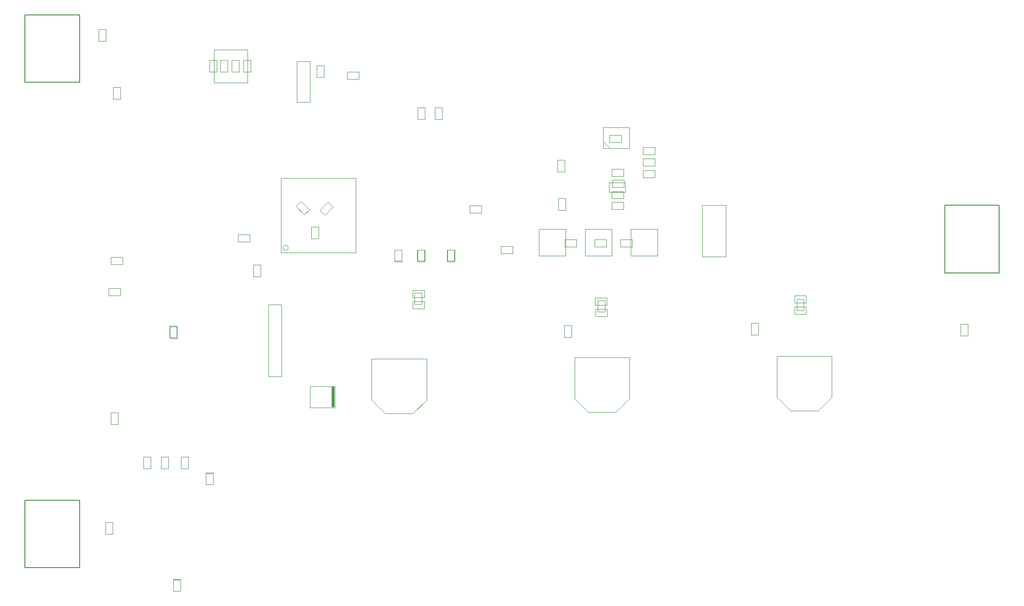
<source format=gbr>
%TF.GenerationSoftware,Altium Limited,Altium Designer,20.1.14 (287)*%
G04 Layer_Color=16711935*
%FSLAX25Y25*%
%MOIN*%
%TF.SameCoordinates,420D9B4C-C7A0-47ED-81AF-82C992674030*%
%TF.FilePolarity,Positive*%
%TF.FileFunction,Other,Mechanical_13*%
%TF.Part,Single*%
G01*
G75*
%TA.AperFunction,NonConductor*%
%ADD61C,0.00787*%
%ADD95C,0.00394*%
%ADD109R,0.02436X0.15551*%
D61*
X680400Y265098D02*
Y314902D01*
X720610D01*
Y265098D02*
Y314902D01*
X680400Y265098D02*
X720610D01*
X43100Y405598D02*
Y455402D01*
X2890Y405598D02*
X43100D01*
X2890D02*
Y455402D01*
X43100D01*
Y47598D02*
Y97402D01*
X2890Y47598D02*
X43100D01*
X2890D02*
Y97402D01*
X43100D01*
D95*
X196953Y283484D02*
G03*
X196953Y283484I-1969J0D01*
G01*
X400343Y217669D02*
X405657D01*
X400343Y226331D02*
X405657D01*
Y217669D02*
Y226331D01*
X400343Y217669D02*
Y226331D01*
X62343Y81071D02*
X67658D01*
X62343Y72409D02*
X67658D01*
X62343D02*
Y81071D01*
X67658Y72409D02*
Y81071D01*
X353669Y279343D02*
Y284658D01*
X362331Y279343D02*
Y284658D01*
X353669D02*
X362331D01*
X353669Y279343D02*
X362331D01*
X537843Y219169D02*
X543157D01*
X537843Y227831D02*
X543157D01*
Y219169D02*
Y227831D01*
X537843Y219169D02*
Y227831D01*
X66343Y153169D02*
Y161831D01*
X71658Y153169D02*
Y161831D01*
X66343Y153169D02*
X71658D01*
X66343Y161831D02*
X71658D01*
X441669Y284343D02*
X450331D01*
X441669Y289657D02*
X450331D01*
X441669Y284343D02*
Y289657D01*
X450331Y284343D02*
Y289657D01*
X422669Y284343D02*
X431331D01*
X422669Y289657D02*
X431331D01*
X422669Y284343D02*
Y289657D01*
X431331Y284343D02*
Y289657D01*
X400669Y284343D02*
X409331D01*
X400669Y289657D02*
X409331D01*
X400669Y284343D02*
Y289657D01*
X409331Y284343D02*
Y289657D01*
X313843Y282090D02*
X319158D01*
X313843Y273429D02*
X319158D01*
X313843D02*
Y282090D01*
X319158Y273429D02*
Y282090D01*
X291843Y273429D02*
X297158D01*
X291843Y282091D02*
X297158D01*
Y273429D02*
Y282091D01*
X291843Y273429D02*
Y282091D01*
X240169Y413158D02*
X248831D01*
X240169Y407842D02*
X248831D01*
Y413158D01*
X240169Y407842D02*
Y413158D01*
X217843Y409169D02*
X223158D01*
X217843Y417831D02*
X223158D01*
Y409169D02*
Y417831D01*
X217843Y409169D02*
Y417831D01*
X401342Y277658D02*
Y297342D01*
X381658Y277658D02*
Y297342D01*
X401342D01*
X381658Y277658D02*
X401342D01*
X468843D02*
Y297342D01*
X449157Y277658D02*
Y297342D01*
X468843D01*
X449157Y277658D02*
X468843D01*
X415658D02*
X435343D01*
X415658Y297342D02*
X435343D01*
X415658Y277658D02*
Y297342D01*
X435343Y277658D02*
Y297342D01*
X314342Y273866D02*
X319657D01*
X314342Y282134D02*
X319657D01*
X314342Y273866D02*
Y282134D01*
X319657Y273866D02*
Y282134D01*
X292342D02*
X297657D01*
X292342Y273866D02*
X297657D01*
Y282134D01*
X292342Y273866D02*
Y282134D01*
X571374Y237366D02*
X576689D01*
X571374Y245634D02*
X576689D01*
X571374Y237366D02*
Y245634D01*
X576689Y237366D02*
Y245634D01*
X103342Y120669D02*
Y129331D01*
X108658Y120669D02*
Y129331D01*
X103342Y120669D02*
X108658D01*
X103342Y129331D02*
X108658D01*
X90342Y120669D02*
Y129331D01*
X95657Y120669D02*
Y129331D01*
X90342Y120669D02*
X95657D01*
X90342Y129331D02*
X95657D01*
X66169Y276658D02*
X74831D01*
X66169Y271342D02*
X74831D01*
X66169D02*
Y276658D01*
X74831Y271342D02*
Y276658D01*
X64429Y253658D02*
X73090D01*
X64429Y248342D02*
X73090D01*
X64429D02*
Y253658D01*
X73090Y248342D02*
Y253658D01*
X275342Y282134D02*
X280658D01*
X275342Y273866D02*
X280658D01*
Y282134D01*
X275342Y273866D02*
Y282134D01*
X275342Y273429D02*
X280658D01*
X275342Y282091D02*
X280658D01*
Y273429D02*
Y282091D01*
X275342Y273429D02*
Y282091D01*
X466831Y335343D02*
Y340657D01*
X458169Y335343D02*
Y340657D01*
Y335343D02*
X466831D01*
X458169Y340657D02*
X466831D01*
X458169Y343843D02*
Y349158D01*
X466831Y343843D02*
Y349158D01*
X458169D02*
X466831D01*
X458169Y343843D02*
X466831D01*
X458169Y352343D02*
X466831D01*
X458169Y357658D02*
X466831D01*
Y352343D02*
Y357658D01*
X458169Y352343D02*
Y357658D01*
X112343Y30366D02*
X117657D01*
X112343Y38634D02*
X117657D01*
X112343Y30366D02*
Y38634D01*
X117657Y30366D02*
Y38634D01*
X692343Y218669D02*
Y227331D01*
X697657Y218669D02*
Y227331D01*
X692343D02*
X697657D01*
X692343Y218669D02*
X697657D01*
X142276Y405295D02*
X166724D01*
Y429705D01*
X142276Y405295D02*
Y429705D01*
X166724D01*
X155342Y413169D02*
Y421831D01*
X160658Y413169D02*
Y421831D01*
X155342D02*
X160658D01*
X155342Y413169D02*
X160658D01*
X163842D02*
Y421831D01*
X169158Y413169D02*
Y421831D01*
X163842D02*
X169158D01*
X163842Y413169D02*
X169158D01*
X146843D02*
Y421831D01*
X152157Y413169D02*
Y421831D01*
X146843D02*
X152157D01*
X146843Y413169D02*
X152157D01*
X138842D02*
Y421831D01*
X144158Y413169D02*
Y421831D01*
X138842D02*
X144158D01*
X138842Y413169D02*
X144158D01*
X202559Y314183D02*
X208683Y308059D01*
X206317Y317941D02*
X212441Y311817D01*
X202559Y314183D02*
X206317Y317941D01*
X208683Y308059D02*
X212441Y311817D01*
X220059Y311317D02*
X226183Y317441D01*
X223817Y307559D02*
X229941Y313683D01*
X226183Y317441D02*
X229941Y313683D01*
X220059Y311317D02*
X223817Y307559D01*
X219158Y290169D02*
Y298831D01*
X213843Y290169D02*
Y298831D01*
Y290169D02*
X219158D01*
X213843Y298831D02*
X219158D01*
X191441Y279941D02*
X246559D01*
X191441Y335059D02*
X246559D01*
X191441Y279941D02*
Y335059D01*
X246559Y279941D02*
Y335059D01*
X62657Y435929D02*
Y444591D01*
X57342Y435929D02*
Y444591D01*
Y435929D02*
X62657D01*
X57342Y444591D02*
X62657D01*
X569701Y234709D02*
Y240024D01*
X578362Y234709D02*
Y240024D01*
X569701Y234709D02*
X578362D01*
X569701Y240024D02*
X578362D01*
X578362Y242976D02*
Y248291D01*
X569701Y242976D02*
Y248291D01*
X578362D01*
X569701Y242976D02*
X578362D01*
X431571Y241342D02*
Y246657D01*
X422909Y241342D02*
Y246657D01*
X431571D01*
X422909Y241342D02*
X431571D01*
X423169Y232842D02*
Y238158D01*
X431831Y232842D02*
Y238158D01*
X423169Y232842D02*
X431831D01*
X423169Y238158D02*
X431831D01*
X297274Y247026D02*
Y252341D01*
X288612Y247026D02*
Y252341D01*
X297274D01*
X288612Y247026D02*
X297274D01*
X288593Y238526D02*
Y243841D01*
X297254Y238526D02*
Y243841D01*
X288593Y238526D02*
X297254D01*
X288593Y243841D02*
X297254D01*
X428854Y357004D02*
Y372161D01*
X448146D01*
Y357004D02*
Y372161D01*
X428854Y357004D02*
X448146D01*
X428854Y362004D02*
X433854Y357004D01*
X435169Y325157D02*
X443831D01*
X435169Y319843D02*
X443831D01*
Y325157D01*
X435169Y319843D02*
Y325157D01*
Y317158D02*
X443831D01*
X435169Y311842D02*
X443831D01*
Y317158D01*
X435169Y311842D02*
Y317158D01*
X435169Y336343D02*
X443831D01*
X435169Y341657D02*
X443831D01*
X435169Y336343D02*
Y341657D01*
X443831Y336343D02*
Y341657D01*
X435409Y333658D02*
X444071D01*
X435409Y328343D02*
X444071D01*
Y333658D01*
X435409Y328343D02*
Y333658D01*
X433429Y361343D02*
Y366657D01*
X442091Y361343D02*
Y366657D01*
X433429Y361343D02*
X442091D01*
X433429Y366657D02*
X442091D01*
X424843Y236232D02*
X430158D01*
X424843Y244500D02*
X430158D01*
X424843Y236232D02*
Y244500D01*
X430158Y236232D02*
Y244500D01*
X290026Y242049D02*
X295341D01*
X290026Y250317D02*
X295341D01*
X290026Y242049D02*
Y250317D01*
X295341Y242049D02*
Y250317D01*
X395843Y311169D02*
Y319831D01*
X401158Y311169D02*
Y319831D01*
X395843Y311169D02*
X401158D01*
X395843Y319831D02*
X401158D01*
X339071Y309343D02*
Y314657D01*
X330409Y309343D02*
Y314657D01*
X339071D01*
X330409Y309343D02*
X339071D01*
X171343Y270831D02*
X176657D01*
X171343Y262169D02*
X176657D01*
X171343D02*
Y270831D01*
X176657Y262169D02*
Y270831D01*
X115157Y216669D02*
Y225331D01*
X109843Y216669D02*
Y225331D01*
X115157D01*
X109843Y216669D02*
X115157D01*
X117657Y30169D02*
Y38831D01*
X112343Y30169D02*
Y38831D01*
Y30169D02*
X117657D01*
X112343Y38831D02*
X117657D01*
X141657Y108929D02*
Y117591D01*
X136343Y108929D02*
Y117591D01*
Y108929D02*
X141657D01*
X136343Y117591D02*
X141657D01*
X109343Y225831D02*
X114657D01*
X109343Y217169D02*
X114657D01*
X109343D02*
Y225831D01*
X114657Y217169D02*
Y225831D01*
X141657Y108866D02*
Y117134D01*
X136343Y108866D02*
Y117134D01*
X141657D01*
X136343Y108866D02*
X141657D01*
X159929Y287842D02*
X168591D01*
X159929Y293158D02*
X168591D01*
Y287842D02*
Y293158D01*
X159929Y287842D02*
Y293158D01*
X395342Y339669D02*
X400658D01*
X395342Y348331D02*
X400658D01*
X395342Y339669D02*
Y348331D01*
X400658Y339669D02*
Y348331D01*
X501839Y276905D02*
X519161D01*
Y315094D01*
X501839D02*
X519161D01*
X501839Y276905D02*
Y315094D01*
X258224Y201776D02*
X298776D01*
Y171362D02*
Y201776D01*
X288638Y161224D02*
X298776Y171362D01*
X268362Y161224D02*
X288638D01*
X258224Y171362D02*
X268362Y161224D01*
X258224Y171362D02*
Y201776D01*
X67843Y393169D02*
X73158D01*
X67843Y401831D02*
X73158D01*
X67843Y393169D02*
Y401831D01*
X73158Y393169D02*
Y401831D01*
X292342Y378169D02*
X297657D01*
X292342Y386831D02*
X297657D01*
X292342Y378169D02*
Y386831D01*
X297657Y378169D02*
Y386831D01*
X304842Y378169D02*
X310157D01*
X304842Y386831D02*
X310157D01*
X304842Y378169D02*
Y386831D01*
X310157Y378169D02*
Y386831D01*
X117842Y129331D02*
X123158D01*
X117842Y120669D02*
X123158D01*
Y129331D01*
X117842Y120669D02*
Y129331D01*
X407724Y202776D02*
X448276D01*
Y172362D02*
Y202776D01*
X438138Y162224D02*
X448276Y172362D01*
X417862Y162224D02*
X438138D01*
X407724Y172362D02*
X417862Y162224D01*
X407724Y172362D02*
Y202776D01*
X556724Y203776D02*
X597276D01*
Y173362D02*
Y203776D01*
X587138Y163224D02*
X597276Y173362D01*
X566862Y163224D02*
X587138D01*
X556724Y173362D02*
X566862Y163224D01*
X556724Y173362D02*
Y203776D01*
X212945Y181276D02*
X231055D01*
X212945Y165724D02*
X231055D01*
X212945D02*
Y181276D01*
X231055Y165724D02*
Y181276D01*
X192000Y189000D02*
Y241496D01*
X185192Y188500D02*
X190064D01*
X182256Y241496D02*
X192000D01*
X182256Y189000D02*
Y241496D01*
Y188500D02*
X185192D01*
X190064D02*
X192000D01*
X433157Y331768D02*
X445362D01*
X433157Y324681D02*
X445362D01*
Y331768D01*
X433157Y324681D02*
Y331768D01*
X212902Y391000D02*
Y421000D01*
X203098Y391000D02*
Y421000D01*
X212902D01*
X203098Y391000D02*
X212902D01*
D109*
X229837Y173500D02*
D03*
%TF.MD5,457352432e3542fd7b038527b9765a52*%
M02*

</source>
